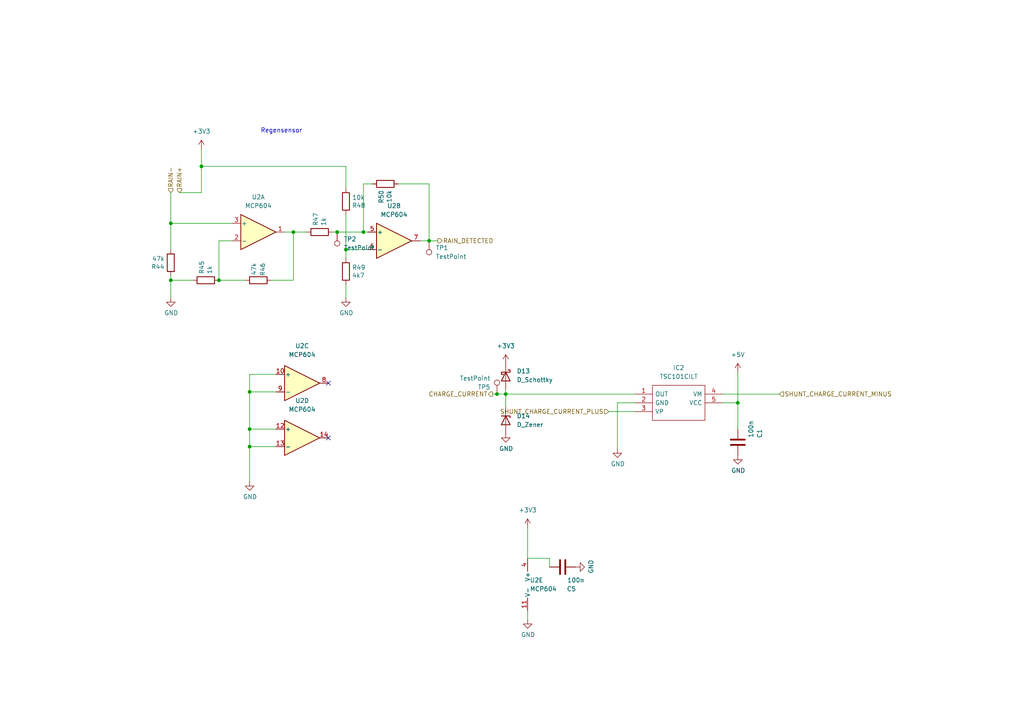
<source format=kicad_sch>
(kicad_sch (version 20211123) (generator eeschema)

  (uuid d8476c82-cf19-459e-aafa-a32749fcc95a)

  (paper "A4")

  (lib_symbols
    (symbol "Amplifier_Operational:MCP604" (pin_names (offset 0.127)) (in_bom yes) (on_board yes)
      (property "Reference" "U" (id 0) (at 0 5.08 0)
        (effects (font (size 1.27 1.27)) (justify left))
      )
      (property "Value" "MCP604" (id 1) (at 0 -5.08 0)
        (effects (font (size 1.27 1.27)) (justify left))
      )
      (property "Footprint" "" (id 2) (at -1.27 2.54 0)
        (effects (font (size 1.27 1.27)) hide)
      )
      (property "Datasheet" "http://ww1.microchip.com/downloads/en/DeviceDoc/21314g.pdf" (id 3) (at 1.27 5.08 0)
        (effects (font (size 1.27 1.27)) hide)
      )
      (property "ki_locked" "" (id 4) (at 0 0 0)
        (effects (font (size 1.27 1.27)))
      )
      (property "ki_keywords" "quad opamp" (id 5) (at 0 0 0)
        (effects (font (size 1.27 1.27)) hide)
      )
      (property "ki_description" "Quad 2.7V to 6.0V Single Supply CMOS Op Amps, DIP-14/SOIC-14/TSSOP-14" (id 6) (at 0 0 0)
        (effects (font (size 1.27 1.27)) hide)
      )
      (property "ki_fp_filters" "SOIC*3.9x8.7mm*P1.27mm* DIP*W7.62mm* TSSOP*4.4x5mm*P0.65mm* SSOP*5.3x6.2mm*P0.65mm* MSOP*3x3mm*P0.5mm*" (id 7) (at 0 0 0)
        (effects (font (size 1.27 1.27)) hide)
      )
      (symbol "MCP604_1_1"
        (polyline
          (pts
            (xy -5.08 5.08)
            (xy 5.08 0)
            (xy -5.08 -5.08)
            (xy -5.08 5.08)
          )
          (stroke (width 0.254) (type default) (color 0 0 0 0))
          (fill (type background))
        )
        (pin output line (at 7.62 0 180) (length 2.54)
          (name "~" (effects (font (size 1.27 1.27))))
          (number "1" (effects (font (size 1.27 1.27))))
        )
        (pin input line (at -7.62 -2.54 0) (length 2.54)
          (name "-" (effects (font (size 1.27 1.27))))
          (number "2" (effects (font (size 1.27 1.27))))
        )
        (pin input line (at -7.62 2.54 0) (length 2.54)
          (name "+" (effects (font (size 1.27 1.27))))
          (number "3" (effects (font (size 1.27 1.27))))
        )
      )
      (symbol "MCP604_2_1"
        (polyline
          (pts
            (xy -5.08 5.08)
            (xy 5.08 0)
            (xy -5.08 -5.08)
            (xy -5.08 5.08)
          )
          (stroke (width 0.254) (type default) (color 0 0 0 0))
          (fill (type background))
        )
        (pin input line (at -7.62 2.54 0) (length 2.54)
          (name "+" (effects (font (size 1.27 1.27))))
          (number "5" (effects (font (size 1.27 1.27))))
        )
        (pin input line (at -7.62 -2.54 0) (length 2.54)
          (name "-" (effects (font (size 1.27 1.27))))
          (number "6" (effects (font (size 1.27 1.27))))
        )
        (pin output line (at 7.62 0 180) (length 2.54)
          (name "~" (effects (font (size 1.27 1.27))))
          (number "7" (effects (font (size 1.27 1.27))))
        )
      )
      (symbol "MCP604_3_1"
        (polyline
          (pts
            (xy -5.08 5.08)
            (xy 5.08 0)
            (xy -5.08 -5.08)
            (xy -5.08 5.08)
          )
          (stroke (width 0.254) (type default) (color 0 0 0 0))
          (fill (type background))
        )
        (pin input line (at -7.62 2.54 0) (length 2.54)
          (name "+" (effects (font (size 1.27 1.27))))
          (number "10" (effects (font (size 1.27 1.27))))
        )
        (pin output line (at 7.62 0 180) (length 2.54)
          (name "~" (effects (font (size 1.27 1.27))))
          (number "8" (effects (font (size 1.27 1.27))))
        )
        (pin input line (at -7.62 -2.54 0) (length 2.54)
          (name "-" (effects (font (size 1.27 1.27))))
          (number "9" (effects (font (size 1.27 1.27))))
        )
      )
      (symbol "MCP604_4_1"
        (polyline
          (pts
            (xy -5.08 5.08)
            (xy 5.08 0)
            (xy -5.08 -5.08)
            (xy -5.08 5.08)
          )
          (stroke (width 0.254) (type default) (color 0 0 0 0))
          (fill (type background))
        )
        (pin input line (at -7.62 2.54 0) (length 2.54)
          (name "+" (effects (font (size 1.27 1.27))))
          (number "12" (effects (font (size 1.27 1.27))))
        )
        (pin input line (at -7.62 -2.54 0) (length 2.54)
          (name "-" (effects (font (size 1.27 1.27))))
          (number "13" (effects (font (size 1.27 1.27))))
        )
        (pin output line (at 7.62 0 180) (length 2.54)
          (name "~" (effects (font (size 1.27 1.27))))
          (number "14" (effects (font (size 1.27 1.27))))
        )
      )
      (symbol "MCP604_5_1"
        (pin power_in line (at -2.54 -7.62 90) (length 3.81)
          (name "V-" (effects (font (size 1.27 1.27))))
          (number "11" (effects (font (size 1.27 1.27))))
        )
        (pin power_in line (at -2.54 7.62 270) (length 3.81)
          (name "V+" (effects (font (size 1.27 1.27))))
          (number "4" (effects (font (size 1.27 1.27))))
        )
      )
    )
    (symbol "Connector:TestPoint" (pin_numbers hide) (pin_names (offset 0.762) hide) (in_bom yes) (on_board yes)
      (property "Reference" "TP" (id 0) (at 0 6.858 0)
        (effects (font (size 1.27 1.27)))
      )
      (property "Value" "TestPoint" (id 1) (at 0 5.08 0)
        (effects (font (size 1.27 1.27)))
      )
      (property "Footprint" "" (id 2) (at 5.08 0 0)
        (effects (font (size 1.27 1.27)) hide)
      )
      (property "Datasheet" "~" (id 3) (at 5.08 0 0)
        (effects (font (size 1.27 1.27)) hide)
      )
      (property "ki_keywords" "test point tp" (id 4) (at 0 0 0)
        (effects (font (size 1.27 1.27)) hide)
      )
      (property "ki_description" "test point" (id 5) (at 0 0 0)
        (effects (font (size 1.27 1.27)) hide)
      )
      (property "ki_fp_filters" "Pin* Test*" (id 6) (at 0 0 0)
        (effects (font (size 1.27 1.27)) hide)
      )
      (symbol "TestPoint_0_1"
        (circle (center 0 3.302) (radius 0.762)
          (stroke (width 0) (type default) (color 0 0 0 0))
          (fill (type none))
        )
      )
      (symbol "TestPoint_1_1"
        (pin passive line (at 0 0 90) (length 2.54)
          (name "1" (effects (font (size 1.27 1.27))))
          (number "1" (effects (font (size 1.27 1.27))))
        )
      )
    )
    (symbol "Device:C" (pin_numbers hide) (pin_names (offset 0.254)) (in_bom yes) (on_board yes)
      (property "Reference" "C" (id 0) (at 0.635 2.54 0)
        (effects (font (size 1.27 1.27)) (justify left))
      )
      (property "Value" "C" (id 1) (at 0.635 -2.54 0)
        (effects (font (size 1.27 1.27)) (justify left))
      )
      (property "Footprint" "" (id 2) (at 0.9652 -3.81 0)
        (effects (font (size 1.27 1.27)) hide)
      )
      (property "Datasheet" "~" (id 3) (at 0 0 0)
        (effects (font (size 1.27 1.27)) hide)
      )
      (property "ki_keywords" "cap capacitor" (id 4) (at 0 0 0)
        (effects (font (size 1.27 1.27)) hide)
      )
      (property "ki_description" "Unpolarized capacitor" (id 5) (at 0 0 0)
        (effects (font (size 1.27 1.27)) hide)
      )
      (property "ki_fp_filters" "C_*" (id 6) (at 0 0 0)
        (effects (font (size 1.27 1.27)) hide)
      )
      (symbol "C_0_1"
        (polyline
          (pts
            (xy -2.032 -0.762)
            (xy 2.032 -0.762)
          )
          (stroke (width 0.508) (type default) (color 0 0 0 0))
          (fill (type none))
        )
        (polyline
          (pts
            (xy -2.032 0.762)
            (xy 2.032 0.762)
          )
          (stroke (width 0.508) (type default) (color 0 0 0 0))
          (fill (type none))
        )
      )
      (symbol "C_1_1"
        (pin passive line (at 0 3.81 270) (length 2.794)
          (name "~" (effects (font (size 1.27 1.27))))
          (number "1" (effects (font (size 1.27 1.27))))
        )
        (pin passive line (at 0 -3.81 90) (length 2.794)
          (name "~" (effects (font (size 1.27 1.27))))
          (number "2" (effects (font (size 1.27 1.27))))
        )
      )
    )
    (symbol "Device:D_Schottky" (pin_numbers hide) (pin_names (offset 1.016) hide) (in_bom yes) (on_board yes)
      (property "Reference" "D" (id 0) (at 0 2.54 0)
        (effects (font (size 1.27 1.27)))
      )
      (property "Value" "D_Schottky" (id 1) (at 0 -2.54 0)
        (effects (font (size 1.27 1.27)))
      )
      (property "Footprint" "" (id 2) (at 0 0 0)
        (effects (font (size 1.27 1.27)) hide)
      )
      (property "Datasheet" "~" (id 3) (at 0 0 0)
        (effects (font (size 1.27 1.27)) hide)
      )
      (property "ki_keywords" "diode Schottky" (id 4) (at 0 0 0)
        (effects (font (size 1.27 1.27)) hide)
      )
      (property "ki_description" "Schottky diode" (id 5) (at 0 0 0)
        (effects (font (size 1.27 1.27)) hide)
      )
      (property "ki_fp_filters" "TO-???* *_Diode_* *SingleDiode* D_*" (id 6) (at 0 0 0)
        (effects (font (size 1.27 1.27)) hide)
      )
      (symbol "D_Schottky_0_1"
        (polyline
          (pts
            (xy 1.27 0)
            (xy -1.27 0)
          )
          (stroke (width 0) (type default) (color 0 0 0 0))
          (fill (type none))
        )
        (polyline
          (pts
            (xy 1.27 1.27)
            (xy 1.27 -1.27)
            (xy -1.27 0)
            (xy 1.27 1.27)
          )
          (stroke (width 0.254) (type default) (color 0 0 0 0))
          (fill (type none))
        )
        (polyline
          (pts
            (xy -1.905 0.635)
            (xy -1.905 1.27)
            (xy -1.27 1.27)
            (xy -1.27 -1.27)
            (xy -0.635 -1.27)
            (xy -0.635 -0.635)
          )
          (stroke (width 0.254) (type default) (color 0 0 0 0))
          (fill (type none))
        )
      )
      (symbol "D_Schottky_1_1"
        (pin passive line (at -3.81 0 0) (length 2.54)
          (name "K" (effects (font (size 1.27 1.27))))
          (number "1" (effects (font (size 1.27 1.27))))
        )
        (pin passive line (at 3.81 0 180) (length 2.54)
          (name "A" (effects (font (size 1.27 1.27))))
          (number "2" (effects (font (size 1.27 1.27))))
        )
      )
    )
    (symbol "Device:D_Zener" (pin_numbers hide) (pin_names (offset 1.016) hide) (in_bom yes) (on_board yes)
      (property "Reference" "D" (id 0) (at 0 2.54 0)
        (effects (font (size 1.27 1.27)))
      )
      (property "Value" "D_Zener" (id 1) (at 0 -2.54 0)
        (effects (font (size 1.27 1.27)))
      )
      (property "Footprint" "" (id 2) (at 0 0 0)
        (effects (font (size 1.27 1.27)) hide)
      )
      (property "Datasheet" "~" (id 3) (at 0 0 0)
        (effects (font (size 1.27 1.27)) hide)
      )
      (property "ki_keywords" "diode" (id 4) (at 0 0 0)
        (effects (font (size 1.27 1.27)) hide)
      )
      (property "ki_description" "Zener diode" (id 5) (at 0 0 0)
        (effects (font (size 1.27 1.27)) hide)
      )
      (property "ki_fp_filters" "TO-???* *_Diode_* *SingleDiode* D_*" (id 6) (at 0 0 0)
        (effects (font (size 1.27 1.27)) hide)
      )
      (symbol "D_Zener_0_1"
        (polyline
          (pts
            (xy 1.27 0)
            (xy -1.27 0)
          )
          (stroke (width 0) (type default) (color 0 0 0 0))
          (fill (type none))
        )
        (polyline
          (pts
            (xy -1.27 -1.27)
            (xy -1.27 1.27)
            (xy -0.762 1.27)
          )
          (stroke (width 0.254) (type default) (color 0 0 0 0))
          (fill (type none))
        )
        (polyline
          (pts
            (xy 1.27 -1.27)
            (xy 1.27 1.27)
            (xy -1.27 0)
            (xy 1.27 -1.27)
          )
          (stroke (width 0.254) (type default) (color 0 0 0 0))
          (fill (type none))
        )
      )
      (symbol "D_Zener_1_1"
        (pin passive line (at -3.81 0 0) (length 2.54)
          (name "K" (effects (font (size 1.27 1.27))))
          (number "1" (effects (font (size 1.27 1.27))))
        )
        (pin passive line (at 3.81 0 180) (length 2.54)
          (name "A" (effects (font (size 1.27 1.27))))
          (number "2" (effects (font (size 1.27 1.27))))
        )
      )
    )
    (symbol "Device:R" (pin_numbers hide) (pin_names (offset 0)) (in_bom yes) (on_board yes)
      (property "Reference" "R" (id 0) (at 2.032 0 90)
        (effects (font (size 1.27 1.27)))
      )
      (property "Value" "R" (id 1) (at 0 0 90)
        (effects (font (size 1.27 1.27)))
      )
      (property "Footprint" "" (id 2) (at -1.778 0 90)
        (effects (font (size 1.27 1.27)) hide)
      )
      (property "Datasheet" "~" (id 3) (at 0 0 0)
        (effects (font (size 1.27 1.27)) hide)
      )
      (property "ki_keywords" "R res resistor" (id 4) (at 0 0 0)
        (effects (font (size 1.27 1.27)) hide)
      )
      (property "ki_description" "Resistor" (id 5) (at 0 0 0)
        (effects (font (size 1.27 1.27)) hide)
      )
      (property "ki_fp_filters" "R_*" (id 6) (at 0 0 0)
        (effects (font (size 1.27 1.27)) hide)
      )
      (symbol "R_0_1"
        (rectangle (start -1.016 -2.54) (end 1.016 2.54)
          (stroke (width 0.254) (type default) (color 0 0 0 0))
          (fill (type none))
        )
      )
      (symbol "R_1_1"
        (pin passive line (at 0 3.81 270) (length 1.27)
          (name "~" (effects (font (size 1.27 1.27))))
          (number "1" (effects (font (size 1.27 1.27))))
        )
        (pin passive line (at 0 -3.81 90) (length 1.27)
          (name "~" (effects (font (size 1.27 1.27))))
          (number "2" (effects (font (size 1.27 1.27))))
        )
      )
    )
    (symbol "TSC101CILT:TSC101CILT" (pin_names (offset 0.762)) (in_bom yes) (on_board yes)
      (property "Reference" "IC" (id 0) (at 21.59 7.62 0)
        (effects (font (size 1.27 1.27)) (justify left))
      )
      (property "Value" "TSC101CILT" (id 1) (at 21.59 5.08 0)
        (effects (font (size 1.27 1.27)) (justify left))
      )
      (property "Footprint" "SOT95P280X145-5N" (id 2) (at 21.59 2.54 0)
        (effects (font (size 1.27 1.27)) (justify left) hide)
      )
      (property "Datasheet" "http://www.st.com/st-web-ui/static/active/en/resource/technical/document/datasheet/CD00153725.pdf" (id 3) (at 21.59 0 0)
        (effects (font (size 1.27 1.27)) (justify left) hide)
      )
      (property "Description" "TSC101CILT, Current Sensing Amplifier Single 5-Pin SOT-23" (id 4) (at 21.59 -2.54 0)
        (effects (font (size 1.27 1.27)) (justify left) hide)
      )
      (property "Height" "1.45" (id 5) (at 21.59 -5.08 0)
        (effects (font (size 1.27 1.27)) (justify left) hide)
      )
      (property "Mouser2 Part Number" "" (id 6) (at 21.59 -7.62 0)
        (effects (font (size 1.27 1.27)) (justify left) hide)
      )
      (property "Mouser2 Price/Stock" "" (id 7) (at 21.59 -10.16 0)
        (effects (font (size 1.27 1.27)) (justify left) hide)
      )
      (property "Manufacturer_Name" "STMicroelectronics" (id 8) (at 21.59 -12.7 0)
        (effects (font (size 1.27 1.27)) (justify left) hide)
      )
      (property "Manufacturer_Part_Number" "TSC101CILT" (id 9) (at 21.59 -15.24 0)
        (effects (font (size 1.27 1.27)) (justify left) hide)
      )
      (property "ki_description" "TSC101CILT, Current Sensing Amplifier Single 5-Pin SOT-23" (id 10) (at 0 0 0)
        (effects (font (size 1.27 1.27)) hide)
      )
      (symbol "TSC101CILT_0_0"
        (pin output line (at 0 0 0) (length 5.08)
          (name "OUT" (effects (font (size 1.27 1.27))))
          (number "1" (effects (font (size 1.27 1.27))))
        )
        (pin power_in line (at 0 -2.54 0) (length 5.08)
          (name "GND" (effects (font (size 1.27 1.27))))
          (number "2" (effects (font (size 1.27 1.27))))
        )
        (pin passive line (at 0 -5.08 0) (length 5.08)
          (name "VP" (effects (font (size 1.27 1.27))))
          (number "3" (effects (font (size 1.27 1.27))))
        )
        (pin passive line (at 25.4 0 180) (length 5.08)
          (name "VM" (effects (font (size 1.27 1.27))))
          (number "4" (effects (font (size 1.27 1.27))))
        )
        (pin power_in line (at 25.4 -2.54 180) (length 5.08)
          (name "VCC" (effects (font (size 1.27 1.27))))
          (number "5" (effects (font (size 1.27 1.27))))
        )
      )
      (symbol "TSC101CILT_0_1"
        (polyline
          (pts
            (xy 5.08 2.54)
            (xy 20.32 2.54)
            (xy 20.32 -7.62)
            (xy 5.08 -7.62)
            (xy 5.08 2.54)
          )
          (stroke (width 0.1524) (type default) (color 0 0 0 0))
          (fill (type none))
        )
      )
    )
    (symbol "power:+3.3V" (power) (pin_names (offset 0)) (in_bom yes) (on_board yes)
      (property "Reference" "#PWR" (id 0) (at 0 -3.81 0)
        (effects (font (size 1.27 1.27)) hide)
      )
      (property "Value" "+3.3V" (id 1) (at 0 3.556 0)
        (effects (font (size 1.27 1.27)))
      )
      (property "Footprint" "" (id 2) (at 0 0 0)
        (effects (font (size 1.27 1.27)) hide)
      )
      (property "Datasheet" "" (id 3) (at 0 0 0)
        (effects (font (size 1.27 1.27)) hide)
      )
      (property "ki_keywords" "power-flag" (id 4) (at 0 0 0)
        (effects (font (size 1.27 1.27)) hide)
      )
      (property "ki_description" "Power symbol creates a global label with name \"+3.3V\"" (id 5) (at 0 0 0)
        (effects (font (size 1.27 1.27)) hide)
      )
      (symbol "+3.3V_0_1"
        (polyline
          (pts
            (xy -0.762 1.27)
            (xy 0 2.54)
          )
          (stroke (width 0) (type default) (color 0 0 0 0))
          (fill (type none))
        )
        (polyline
          (pts
            (xy 0 0)
            (xy 0 2.54)
          )
          (stroke (width 0) (type default) (color 0 0 0 0))
          (fill (type none))
        )
        (polyline
          (pts
            (xy 0 2.54)
            (xy 0.762 1.27)
          )
          (stroke (width 0) (type default) (color 0 0 0 0))
          (fill (type none))
        )
      )
      (symbol "+3.3V_1_1"
        (pin power_in line (at 0 0 90) (length 0) hide
          (name "+3V3" (effects (font (size 1.27 1.27))))
          (number "1" (effects (font (size 1.27 1.27))))
        )
      )
    )
    (symbol "power:+5V" (power) (pin_names (offset 0)) (in_bom yes) (on_board yes)
      (property "Reference" "#PWR" (id 0) (at 0 -3.81 0)
        (effects (font (size 1.27 1.27)) hide)
      )
      (property "Value" "+5V" (id 1) (at 0 3.556 0)
        (effects (font (size 1.27 1.27)))
      )
      (property "Footprint" "" (id 2) (at 0 0 0)
        (effects (font (size 1.27 1.27)) hide)
      )
      (property "Datasheet" "" (id 3) (at 0 0 0)
        (effects (font (size 1.27 1.27)) hide)
      )
      (property "ki_keywords" "power-flag" (id 4) (at 0 0 0)
        (effects (font (size 1.27 1.27)) hide)
      )
      (property "ki_description" "Power symbol creates a global label with name \"+5V\"" (id 5) (at 0 0 0)
        (effects (font (size 1.27 1.27)) hide)
      )
      (symbol "+5V_0_1"
        (polyline
          (pts
            (xy -0.762 1.27)
            (xy 0 2.54)
          )
          (stroke (width 0) (type default) (color 0 0 0 0))
          (fill (type none))
        )
        (polyline
          (pts
            (xy 0 0)
            (xy 0 2.54)
          )
          (stroke (width 0) (type default) (color 0 0 0 0))
          (fill (type none))
        )
        (polyline
          (pts
            (xy 0 2.54)
            (xy 0.762 1.27)
          )
          (stroke (width 0) (type default) (color 0 0 0 0))
          (fill (type none))
        )
      )
      (symbol "+5V_1_1"
        (pin power_in line (at 0 0 90) (length 0) hide
          (name "+5V" (effects (font (size 1.27 1.27))))
          (number "1" (effects (font (size 1.27 1.27))))
        )
      )
    )
    (symbol "power:GND" (power) (pin_names (offset 0)) (in_bom yes) (on_board yes)
      (property "Reference" "#PWR" (id 0) (at 0 -6.35 0)
        (effects (font (size 1.27 1.27)) hide)
      )
      (property "Value" "GND" (id 1) (at 0 -3.81 0)
        (effects (font (size 1.27 1.27)))
      )
      (property "Footprint" "" (id 2) (at 0 0 0)
        (effects (font (size 1.27 1.27)) hide)
      )
      (property "Datasheet" "" (id 3) (at 0 0 0)
        (effects (font (size 1.27 1.27)) hide)
      )
      (property "ki_keywords" "power-flag" (id 4) (at 0 0 0)
        (effects (font (size 1.27 1.27)) hide)
      )
      (property "ki_description" "Power symbol creates a global label with name \"GND\" , ground" (id 5) (at 0 0 0)
        (effects (font (size 1.27 1.27)) hide)
      )
      (symbol "GND_0_1"
        (polyline
          (pts
            (xy 0 0)
            (xy 0 -1.27)
            (xy 1.27 -1.27)
            (xy 0 -2.54)
            (xy -1.27 -1.27)
            (xy 0 -1.27)
          )
          (stroke (width 0) (type default) (color 0 0 0 0))
          (fill (type none))
        )
      )
      (symbol "GND_1_1"
        (pin power_in line (at 0 0 270) (length 0) hide
          (name "GND" (effects (font (size 1.27 1.27))))
          (number "1" (effects (font (size 1.27 1.27))))
        )
      )
    )
  )

  (junction (at 58.42 48.26) (diameter 0) (color 0 0 0 0)
    (uuid 15daee0f-b715-42a9-8e3c-a8b788b67555)
  )
  (junction (at 213.995 116.84) (diameter 0) (color 0 0 0 0)
    (uuid 1a35fe24-294b-4e75-a6ac-766b24fac29a)
  )
  (junction (at 144.145 114.3) (diameter 0) (color 0 0 0 0)
    (uuid 3536f260-9cf1-41c9-96ab-61a0931059d8)
  )
  (junction (at 124.46 69.85) (diameter 0) (color 0 0 0 0)
    (uuid 4ff6a8c3-c6fb-4d5a-8a01-a4002a94270d)
  )
  (junction (at 100.33 72.39) (diameter 0) (color 0 0 0 0)
    (uuid 54e19c99-99cf-400b-8df4-f872dce4c5d5)
  )
  (junction (at 49.53 64.77) (diameter 0) (color 0 0 0 0)
    (uuid 5bdae840-d14b-4073-aece-b5e25f456c3b)
  )
  (junction (at 146.685 114.3) (diameter 0) (color 0 0 0 0)
    (uuid 607bbcd2-7740-4082-81d4-ff51e4c118e9)
  )
  (junction (at 63.5 81.28) (diameter 0) (color 0 0 0 0)
    (uuid 71609631-effd-49ca-8833-f500461fec8d)
  )
  (junction (at 105.41 67.31) (diameter 0) (color 0 0 0 0)
    (uuid b0cd4196-9067-4e78-a889-0e16f153e274)
  )
  (junction (at 49.53 81.28) (diameter 0) (color 0 0 0 0)
    (uuid d57600a5-e468-4b34-932f-771a9fa1f5d3)
  )
  (junction (at 72.39 113.665) (diameter 0) (color 0 0 0 0)
    (uuid e1970b0e-0a15-4969-b4bf-04f41a00de02)
  )
  (junction (at 85.09 67.31) (diameter 0) (color 0 0 0 0)
    (uuid e6f45aaa-0578-4247-a535-2847491ea6ee)
  )
  (junction (at 72.39 124.46) (diameter 0) (color 0 0 0 0)
    (uuid e8418703-40bd-43ca-b013-83e5281f9264)
  )
  (junction (at 97.79 67.31) (diameter 0) (color 0 0 0 0)
    (uuid f75ac603-d6b0-4498-a9c8-b24053f00243)
  )
  (junction (at 72.39 129.54) (diameter 0) (color 0 0 0 0)
    (uuid f87a9d3b-6f8d-4498-943d-2c1be32b88f7)
  )

  (no_connect (at 95.25 111.125) (uuid 8a26549e-0245-408c-8f2b-e10b394aebb3))
  (no_connect (at 95.25 127) (uuid 8a26549e-0245-408c-8f2b-e10b394aebb4))

  (wire (pts (xy 209.55 116.84) (xy 213.995 116.84))
    (stroke (width 0) (type default) (color 0 0 0 0))
    (uuid 00f8075a-054d-43f0-821b-308fea5ffdc5)
  )
  (wire (pts (xy 72.39 124.46) (xy 72.39 129.54))
    (stroke (width 0) (type default) (color 0 0 0 0))
    (uuid 0f35e132-53df-4b28-8a6c-6a3fea9256c7)
  )
  (wire (pts (xy 49.53 80.01) (xy 49.53 81.28))
    (stroke (width 0) (type default) (color 0 0 0 0))
    (uuid 172166bd-f48a-417e-b523-dc1986a2437f)
  )
  (wire (pts (xy 96.52 67.31) (xy 97.79 67.31))
    (stroke (width 0) (type default) (color 0 0 0 0))
    (uuid 1a4e5345-1be3-451f-9166-f86edcadb613)
  )
  (wire (pts (xy 184.15 116.84) (xy 179.07 116.84))
    (stroke (width 0) (type default) (color 0 0 0 0))
    (uuid 20536fc3-946a-4d20-a003-a97c1fef0108)
  )
  (wire (pts (xy 176.53 119.38) (xy 184.15 119.38))
    (stroke (width 0) (type default) (color 0 0 0 0))
    (uuid 22bd2f5d-194d-4643-91cc-d5d77adfb44b)
  )
  (wire (pts (xy 55.88 81.28) (xy 49.53 81.28))
    (stroke (width 0) (type default) (color 0 0 0 0))
    (uuid 2bce04c1-db7b-411d-9db3-9d2c7f28306b)
  )
  (wire (pts (xy 63.5 81.28) (xy 71.12 81.28))
    (stroke (width 0) (type default) (color 0 0 0 0))
    (uuid 2f2abd77-85ae-4df6-bc84-040becdd4bd6)
  )
  (wire (pts (xy 153.035 161.925) (xy 159.385 161.925))
    (stroke (width 0) (type default) (color 0 0 0 0))
    (uuid 308e2583-61ba-4674-81af-77417e8ef32f)
  )
  (wire (pts (xy 58.42 48.26) (xy 58.42 43.18))
    (stroke (width 0) (type default) (color 0 0 0 0))
    (uuid 33cb15f3-297a-45b8-b62c-0c237b706eec)
  )
  (wire (pts (xy 127 69.85) (xy 124.46 69.85))
    (stroke (width 0) (type default) (color 0 0 0 0))
    (uuid 3681702a-13d8-451d-aeed-39012fc6192e)
  )
  (wire (pts (xy 100.33 62.23) (xy 100.33 72.39))
    (stroke (width 0) (type default) (color 0 0 0 0))
    (uuid 3a5834dc-9e52-4a21-8b17-df83e8419dcd)
  )
  (wire (pts (xy 146.685 114.3) (xy 146.685 118.11))
    (stroke (width 0) (type default) (color 0 0 0 0))
    (uuid 3ce9cf86-e11b-46e0-a9a4-254182e91005)
  )
  (wire (pts (xy 72.39 113.665) (xy 72.39 124.46))
    (stroke (width 0) (type default) (color 0 0 0 0))
    (uuid 4dd52024-d7dc-45a2-aabf-0fdfff5d72b9)
  )
  (wire (pts (xy 105.41 67.31) (xy 106.68 67.31))
    (stroke (width 0) (type default) (color 0 0 0 0))
    (uuid 4e245ee7-d95a-422e-9aa0-e41743c004c0)
  )
  (wire (pts (xy 67.31 64.77) (xy 49.53 64.77))
    (stroke (width 0) (type default) (color 0 0 0 0))
    (uuid 55734147-00b3-41f7-bc37-1af6c28ee29f)
  )
  (wire (pts (xy 100.33 72.39) (xy 100.33 74.93))
    (stroke (width 0) (type default) (color 0 0 0 0))
    (uuid 55a449a9-0ae2-410e-a9ef-d4467f01d9a1)
  )
  (wire (pts (xy 80.01 113.665) (xy 72.39 113.665))
    (stroke (width 0) (type default) (color 0 0 0 0))
    (uuid 5725afd5-6998-4564-a88e-42c289a60c81)
  )
  (wire (pts (xy 63.5 81.28) (xy 63.5 69.85))
    (stroke (width 0) (type default) (color 0 0 0 0))
    (uuid 6cd13531-aea7-40e4-8cd8-8c98f6f7a83c)
  )
  (wire (pts (xy 97.79 67.31) (xy 105.41 67.31))
    (stroke (width 0) (type default) (color 0 0 0 0))
    (uuid 71b29483-4047-47d3-a5fb-e7bc471ce967)
  )
  (wire (pts (xy 72.39 124.46) (xy 80.01 124.46))
    (stroke (width 0) (type default) (color 0 0 0 0))
    (uuid 71ffab3d-38d1-46b2-8396-70af3e507820)
  )
  (wire (pts (xy 63.5 69.85) (xy 67.31 69.85))
    (stroke (width 0) (type default) (color 0 0 0 0))
    (uuid 7498607d-03a3-4040-a49f-5c797db9367b)
  )
  (wire (pts (xy 78.74 81.28) (xy 85.09 81.28))
    (stroke (width 0) (type default) (color 0 0 0 0))
    (uuid 7c5510e6-42e9-4c5d-803c-de39b2c4c6b0)
  )
  (wire (pts (xy 100.33 86.36) (xy 100.33 82.55))
    (stroke (width 0) (type default) (color 0 0 0 0))
    (uuid 7ece2381-4123-4c3f-84bc-42071cf4530a)
  )
  (wire (pts (xy 49.53 64.77) (xy 49.53 72.39))
    (stroke (width 0) (type default) (color 0 0 0 0))
    (uuid 833c88d1-5eaa-4049-8dc6-254064437378)
  )
  (wire (pts (xy 115.57 53.34) (xy 124.46 53.34))
    (stroke (width 0) (type default) (color 0 0 0 0))
    (uuid 8a7aecac-41fc-4326-82e0-82ce816f14be)
  )
  (wire (pts (xy 85.09 67.31) (xy 88.9 67.31))
    (stroke (width 0) (type default) (color 0 0 0 0))
    (uuid 8d5b8b0c-78fb-42b8-96ed-229fbdef2cb3)
  )
  (wire (pts (xy 72.39 108.585) (xy 72.39 113.665))
    (stroke (width 0) (type default) (color 0 0 0 0))
    (uuid 8daa0549-2fb7-4ac8-b373-8a5542951f14)
  )
  (wire (pts (xy 106.68 72.39) (xy 100.33 72.39))
    (stroke (width 0) (type default) (color 0 0 0 0))
    (uuid 8de8060e-831c-4c06-b704-d823f983a2ed)
  )
  (wire (pts (xy 85.09 81.28) (xy 85.09 67.31))
    (stroke (width 0) (type default) (color 0 0 0 0))
    (uuid 8f3563de-f415-4ea1-bbe6-6e3ee3d1cac5)
  )
  (wire (pts (xy 144.145 114.3) (xy 142.875 114.3))
    (stroke (width 0) (type default) (color 0 0 0 0))
    (uuid 8f806566-b121-4b0c-8def-2c8dee84fc8f)
  )
  (wire (pts (xy 80.01 108.585) (xy 72.39 108.585))
    (stroke (width 0) (type default) (color 0 0 0 0))
    (uuid 9480eac1-662b-44bc-b496-c3d2ab3f4697)
  )
  (wire (pts (xy 213.995 107.95) (xy 213.995 116.84))
    (stroke (width 0) (type default) (color 0 0 0 0))
    (uuid 99346da3-3cdf-4af9-a03e-79eb02b59fe6)
  )
  (wire (pts (xy 179.07 116.84) (xy 179.07 130.175))
    (stroke (width 0) (type default) (color 0 0 0 0))
    (uuid 99975510-de8c-458c-a8ed-b808b352f648)
  )
  (wire (pts (xy 213.995 116.84) (xy 213.995 124.46))
    (stroke (width 0) (type default) (color 0 0 0 0))
    (uuid 9b0f6782-269f-407f-8478-b1823acc6517)
  )
  (wire (pts (xy 105.41 53.34) (xy 105.41 67.31))
    (stroke (width 0) (type default) (color 0 0 0 0))
    (uuid a2661c83-f9e0-4c66-b99b-aa5f5176265d)
  )
  (wire (pts (xy 58.42 48.26) (xy 100.33 48.26))
    (stroke (width 0) (type default) (color 0 0 0 0))
    (uuid a4c3807b-24cb-42ea-8015-bde2396fce6c)
  )
  (wire (pts (xy 72.39 129.54) (xy 72.39 139.7))
    (stroke (width 0) (type default) (color 0 0 0 0))
    (uuid a7253913-4543-450c-b986-cca5951963fd)
  )
  (wire (pts (xy 124.46 69.85) (xy 121.92 69.85))
    (stroke (width 0) (type default) (color 0 0 0 0))
    (uuid b0552bdf-7709-4e0e-bf90-6bc765a942dd)
  )
  (wire (pts (xy 49.53 86.36) (xy 49.53 81.28))
    (stroke (width 0) (type default) (color 0 0 0 0))
    (uuid b0eed631-4193-44c2-91eb-4d0c3c476fd0)
  )
  (wire (pts (xy 52.07 55.88) (xy 58.42 55.88))
    (stroke (width 0) (type default) (color 0 0 0 0))
    (uuid b13561ed-34b5-4382-a004-389babeeb230)
  )
  (wire (pts (xy 100.33 48.26) (xy 100.33 54.61))
    (stroke (width 0) (type default) (color 0 0 0 0))
    (uuid b602ad3e-174a-4731-84af-b446a7352c1f)
  )
  (wire (pts (xy 146.685 114.3) (xy 146.685 113.03))
    (stroke (width 0) (type default) (color 0 0 0 0))
    (uuid b754c598-b9b6-48f7-b50e-71a549e9a70f)
  )
  (wire (pts (xy 82.55 67.31) (xy 85.09 67.31))
    (stroke (width 0) (type default) (color 0 0 0 0))
    (uuid b8168b25-3de4-49d4-846d-6308fd1dbf34)
  )
  (wire (pts (xy 72.39 129.54) (xy 80.01 129.54))
    (stroke (width 0) (type default) (color 0 0 0 0))
    (uuid b9ea676f-8c60-4acf-8ba6-15de4110f4a1)
  )
  (wire (pts (xy 124.46 53.34) (xy 124.46 69.85))
    (stroke (width 0) (type default) (color 0 0 0 0))
    (uuid c0a89a77-6c8b-41fe-829b-5bbb35628704)
  )
  (wire (pts (xy 226.06 114.3) (xy 209.55 114.3))
    (stroke (width 0) (type default) (color 0 0 0 0))
    (uuid c1960b33-c494-4bf0-8f7a-bc2a20a4726d)
  )
  (wire (pts (xy 153.035 153.035) (xy 153.035 161.925))
    (stroke (width 0) (type default) (color 0 0 0 0))
    (uuid ce69067c-9f97-4ef3-9b68-22957b37ac5d)
  )
  (wire (pts (xy 49.53 55.88) (xy 49.53 64.77))
    (stroke (width 0) (type default) (color 0 0 0 0))
    (uuid d8f9c34b-3a00-43d3-a744-01a859fd4b2c)
  )
  (wire (pts (xy 146.685 114.3) (xy 144.145 114.3))
    (stroke (width 0) (type default) (color 0 0 0 0))
    (uuid d9595863-b590-470e-b28e-5b7f91bc7a81)
  )
  (wire (pts (xy 146.685 114.3) (xy 184.15 114.3))
    (stroke (width 0) (type default) (color 0 0 0 0))
    (uuid dbd5248b-aeef-4e42-bf21-9301a56d6dd5)
  )
  (wire (pts (xy 105.41 53.34) (xy 107.95 53.34))
    (stroke (width 0) (type default) (color 0 0 0 0))
    (uuid e133781e-de39-4613-86f7-eeae78091fb1)
  )
  (wire (pts (xy 58.42 55.88) (xy 58.42 48.26))
    (stroke (width 0) (type default) (color 0 0 0 0))
    (uuid e3fb3744-ade5-4e7d-bda3-f413d39fd9d4)
  )
  (wire (pts (xy 153.035 179.705) (xy 153.035 177.165))
    (stroke (width 0) (type default) (color 0 0 0 0))
    (uuid f5ccf9b9-4584-4b32-abbf-f8e27d81e0e6)
  )
  (wire (pts (xy 159.385 161.925) (xy 159.385 164.465))
    (stroke (width 0) (type default) (color 0 0 0 0))
    (uuid f686d467-a706-4559-8b88-dc78ea995323)
  )

  (text "Regensensor" (at 75.565 38.735 0)
    (effects (font (size 1.27 1.27)) (justify left bottom))
    (uuid ffa9b9b4-bcae-4ede-bf3e-f1021b4a402e)
  )

  (hierarchical_label "CHARGE_CURRENT" (shape output) (at 142.875 114.3 180)
    (effects (font (size 1.27 1.27)) (justify right))
    (uuid 0589f503-e79a-4708-99e4-f97c494b4ed8)
  )
  (hierarchical_label "RAIN_DETECTED" (shape output) (at 127 69.85 0)
    (effects (font (size 1.27 1.27)) (justify left))
    (uuid 2af097ff-2079-44ee-98bc-47763de6a0fa)
  )
  (hierarchical_label "RAIN-" (shape input) (at 49.53 55.88 90)
    (effects (font (size 1.27 1.27)) (justify left))
    (uuid 6ebd809c-5efc-45cb-9419-21f66d5d64b3)
  )
  (hierarchical_label "RAIN+" (shape input) (at 52.07 55.88 90)
    (effects (font (size 1.27 1.27)) (justify left))
    (uuid 812a565c-9c3d-43f1-ac44-733a240dfac6)
  )
  (hierarchical_label "SHUNT_CHARGE_CURRENT_PLUS" (shape input) (at 176.53 119.38 180)
    (effects (font (size 1.27 1.27)) (justify right))
    (uuid a7a2cfcd-1de3-4741-83fb-25e8fad1b0a3)
  )
  (hierarchical_label "SHUNT_CHARGE_CURRENT_MINUS" (shape input) (at 226.06 114.3 0)
    (effects (font (size 1.27 1.27)) (justify left))
    (uuid d60eabe6-18cc-41e9-8131-7cb1d9276225)
  )

  (symbol (lib_id "power:GND") (at 153.035 179.705 0) (unit 1)
    (in_bom yes) (on_board yes)
    (uuid 05c1fec8-dd10-4037-b302-c140e2359899)
    (property "Reference" "#PWR0152" (id 0) (at 153.035 186.055 0)
      (effects (font (size 1.27 1.27)) hide)
    )
    (property "Value" "GND" (id 1) (at 153.162 184.0992 0))
    (property "Footprint" "" (id 2) (at 153.035 179.705 0)
      (effects (font (size 1.27 1.27)) hide)
    )
    (property "Datasheet" "" (id 3) (at 153.035 179.705 0)
      (effects (font (size 1.27 1.27)) hide)
    )
    (pin "1" (uuid 7ad0def0-8343-440c-8c64-e3c0d81cfe87))
  )

  (symbol (lib_id "Device:C") (at 163.195 164.465 270) (unit 1)
    (in_bom yes) (on_board yes)
    (uuid 0e80fadf-4e70-489f-a264-82dee55f36d9)
    (property "Reference" "C5" (id 0) (at 165.735 170.815 90))
    (property "Value" "100n" (id 1) (at 167.005 168.275 90))
    (property "Footprint" "Capacitor_SMD:C_0805_2012Metric_Pad1.18x1.45mm_HandSolder" (id 2) (at 159.385 165.4302 0)
      (effects (font (size 1.27 1.27)) hide)
    )
    (property "Datasheet" "~" (id 3) (at 163.195 164.465 0)
      (effects (font (size 1.27 1.27)) hide)
    )
    (pin "1" (uuid acf70e74-7d01-41dd-aeb2-244b1fdf546c))
    (pin "2" (uuid 49027d8d-8ffb-4486-af05-c145a0e2a125))
  )

  (symbol (lib_id "Device:D_Zener") (at 146.685 121.92 270) (unit 1)
    (in_bom yes) (on_board yes) (fields_autoplaced)
    (uuid 23010422-3eac-4164-9904-1a33aa3ea0fd)
    (property "Reference" "D14" (id 0) (at 149.86 120.6499 90)
      (effects (font (size 1.27 1.27)) (justify left))
    )
    (property "Value" "D_Zener" (id 1) (at 149.86 123.1899 90)
      (effects (font (size 1.27 1.27)) (justify left))
    )
    (property "Footprint" "Diode_SMD:D_SOD-123F" (id 2) (at 146.685 121.92 0)
      (effects (font (size 1.27 1.27)) hide)
    )
    (property "Datasheet" "~" (id 3) (at 146.685 121.92 0)
      (effects (font (size 1.27 1.27)) hide)
    )
    (pin "1" (uuid 6aae42d1-77dd-426c-a5ac-27193ce8969a))
    (pin "2" (uuid d07bc7d6-5333-4650-bc08-607b230f59b2))
  )

  (symbol (lib_id "power:GND") (at 72.39 139.7 0) (unit 1)
    (in_bom yes) (on_board yes)
    (uuid 2d457f07-5787-4bea-a05e-c5a50f3ef84f)
    (property "Reference" "#PWR0162" (id 0) (at 72.39 146.05 0)
      (effects (font (size 1.27 1.27)) hide)
    )
    (property "Value" "GND" (id 1) (at 72.517 144.0942 0))
    (property "Footprint" "" (id 2) (at 72.39 139.7 0)
      (effects (font (size 1.27 1.27)) hide)
    )
    (property "Datasheet" "" (id 3) (at 72.39 139.7 0)
      (effects (font (size 1.27 1.27)) hide)
    )
    (pin "1" (uuid 12ddfaf6-f5f8-4925-8dad-c3b109289b32))
  )

  (symbol (lib_id "power:+3.3V") (at 146.685 105.41 0) (unit 1)
    (in_bom yes) (on_board yes) (fields_autoplaced)
    (uuid 33c96f85-0c60-4113-a6de-c0f51363cc00)
    (property "Reference" "#PWR0158" (id 0) (at 146.685 109.22 0)
      (effects (font (size 1.27 1.27)) hide)
    )
    (property "Value" "+3.3V" (id 1) (at 146.685 100.33 0))
    (property "Footprint" "" (id 2) (at 146.685 105.41 0)
      (effects (font (size 1.27 1.27)) hide)
    )
    (property "Datasheet" "" (id 3) (at 146.685 105.41 0)
      (effects (font (size 1.27 1.27)) hide)
    )
    (pin "1" (uuid 914366dd-54d1-40cb-84b4-fa1218d551b3))
  )

  (symbol (lib_id "Connector:TestPoint") (at 144.145 114.3 0) (unit 1)
    (in_bom yes) (on_board yes) (fields_autoplaced)
    (uuid 47ac0537-9ac5-4378-aadc-fd174bec615c)
    (property "Reference" "TP5" (id 0) (at 142.24 112.2681 0)
      (effects (font (size 1.27 1.27)) (justify right))
    )
    (property "Value" "TestPoint" (id 1) (at 142.24 109.7281 0)
      (effects (font (size 1.27 1.27)) (justify right))
    )
    (property "Footprint" "TestPoint:TestPoint_Pad_D2.0mm" (id 2) (at 149.225 114.3 0)
      (effects (font (size 1.27 1.27)) hide)
    )
    (property "Datasheet" "~" (id 3) (at 149.225 114.3 0)
      (effects (font (size 1.27 1.27)) hide)
    )
    (pin "1" (uuid 002ee9c8-e238-4532-bca1-2f88b91ac603))
  )

  (symbol (lib_id "power:+5V") (at 213.995 107.95 0) (unit 1)
    (in_bom yes) (on_board yes) (fields_autoplaced)
    (uuid 47fa5c7f-a4f7-4b55-821a-6370719b415e)
    (property "Reference" "#PWR0160" (id 0) (at 213.995 111.76 0)
      (effects (font (size 1.27 1.27)) hide)
    )
    (property "Value" "+5V" (id 1) (at 213.995 102.87 0))
    (property "Footprint" "" (id 2) (at 213.995 107.95 0)
      (effects (font (size 1.27 1.27)) hide)
    )
    (property "Datasheet" "" (id 3) (at 213.995 107.95 0)
      (effects (font (size 1.27 1.27)) hide)
    )
    (pin "1" (uuid c6fd2f69-c843-4167-8aad-f6474ae2b696))
  )

  (symbol (lib_id "power:GND") (at 213.995 132.08 0) (unit 1)
    (in_bom yes) (on_board yes)
    (uuid 538efc40-5fb2-4188-a1d8-040682add576)
    (property "Reference" "#PWR0161" (id 0) (at 213.995 138.43 0)
      (effects (font (size 1.27 1.27)) hide)
    )
    (property "Value" "GND" (id 1) (at 214.122 136.4742 0))
    (property "Footprint" "" (id 2) (at 213.995 132.08 0)
      (effects (font (size 1.27 1.27)) hide)
    )
    (property "Datasheet" "" (id 3) (at 213.995 132.08 0)
      (effects (font (size 1.27 1.27)) hide)
    )
    (pin "1" (uuid 03077817-e5fa-4256-b419-068e668abeae))
  )

  (symbol (lib_id "Amplifier_Operational:MCP604") (at 87.63 127 0) (unit 4)
    (in_bom yes) (on_board yes) (fields_autoplaced)
    (uuid 5c05efe6-a2e8-4e42-9ad1-4bd5c10a3be1)
    (property "Reference" "U2" (id 0) (at 87.63 116.205 0))
    (property "Value" "MCP604" (id 1) (at 87.63 118.745 0))
    (property "Footprint" "Package_SO:SOIC-14_3.9x8.7mm_P1.27mm" (id 2) (at 86.36 124.46 0)
      (effects (font (size 1.27 1.27)) hide)
    )
    (property "Datasheet" "http://ww1.microchip.com/downloads/en/DeviceDoc/21314g.pdf" (id 3) (at 88.9 121.92 0)
      (effects (font (size 1.27 1.27)) hide)
    )
    (pin "12" (uuid 4377f00b-fe5c-45f9-92db-63c833571ca3))
    (pin "13" (uuid cb67b260-55d4-45c5-a164-54ec20d15d2f))
    (pin "14" (uuid c456e670-b202-4f00-a121-878eb1111fb9))
  )

  (symbol (lib_id "Device:R") (at 100.33 78.74 0) (unit 1)
    (in_bom yes) (on_board yes)
    (uuid 662814a4-3976-4930-8467-a158a7b6df5e)
    (property "Reference" "R49" (id 0) (at 102.108 77.5716 0)
      (effects (font (size 1.27 1.27)) (justify left))
    )
    (property "Value" "4k7" (id 1) (at 102.108 79.883 0)
      (effects (font (size 1.27 1.27)) (justify left))
    )
    (property "Footprint" "Resistor_SMD:R_0805_2012Metric_Pad1.20x1.40mm_HandSolder" (id 2) (at 98.552 78.74 90)
      (effects (font (size 1.27 1.27)) hide)
    )
    (property "Datasheet" "~" (id 3) (at 100.33 78.74 0)
      (effects (font (size 1.27 1.27)) hide)
    )
    (pin "1" (uuid bab7bf11-428a-4794-b2ed-42965e440811))
    (pin "2" (uuid 36aa9dcd-8fa7-42cb-87ba-74f76924a0fa))
  )

  (symbol (lib_id "Amplifier_Operational:MCP604") (at 74.93 67.31 0) (unit 1)
    (in_bom yes) (on_board yes) (fields_autoplaced)
    (uuid 6ea01d83-d7f6-4dbf-a272-c95bedd03712)
    (property "Reference" "U2" (id 0) (at 74.93 57.15 0))
    (property "Value" "MCP604" (id 1) (at 74.93 59.69 0))
    (property "Footprint" "Package_SO:SOIC-14_3.9x8.7mm_P1.27mm" (id 2) (at 73.66 64.77 0)
      (effects (font (size 1.27 1.27)) hide)
    )
    (property "Datasheet" "http://ww1.microchip.com/downloads/en/DeviceDoc/21314g.pdf" (id 3) (at 76.2 62.23 0)
      (effects (font (size 1.27 1.27)) hide)
    )
    (pin "1" (uuid 1f454e01-c3ba-4176-8a74-6ed405d34fe5))
    (pin "2" (uuid 2380075e-f4ce-4a81-b29d-d34fe7f1e951))
    (pin "3" (uuid d3d4c592-761c-48d6-8e63-65065147182d))
  )

  (symbol (lib_id "power:+3.3V") (at 58.42 43.18 0) (unit 1)
    (in_bom yes) (on_board yes) (fields_autoplaced)
    (uuid 728d4f9f-28c7-45ac-a541-385a791b8335)
    (property "Reference" "#PWR0151" (id 0) (at 58.42 46.99 0)
      (effects (font (size 1.27 1.27)) hide)
    )
    (property "Value" "+3.3V" (id 1) (at 58.42 38.1 0))
    (property "Footprint" "" (id 2) (at 58.42 43.18 0)
      (effects (font (size 1.27 1.27)) hide)
    )
    (property "Datasheet" "" (id 3) (at 58.42 43.18 0)
      (effects (font (size 1.27 1.27)) hide)
    )
    (pin "1" (uuid 0204132e-2acb-411f-b6f3-29e815e67d7f))
  )

  (symbol (lib_id "Amplifier_Operational:MCP604") (at 114.3 69.85 0) (unit 2)
    (in_bom yes) (on_board yes) (fields_autoplaced)
    (uuid 76993eea-cfc0-4f80-b043-d9c3da6cb540)
    (property "Reference" "U2" (id 0) (at 114.3 59.69 0))
    (property "Value" "MCP604" (id 1) (at 114.3 62.23 0))
    (property "Footprint" "Package_SO:SOIC-14_3.9x8.7mm_P1.27mm" (id 2) (at 113.03 67.31 0)
      (effects (font (size 1.27 1.27)) hide)
    )
    (property "Datasheet" "http://ww1.microchip.com/downloads/en/DeviceDoc/21314g.pdf" (id 3) (at 115.57 64.77 0)
      (effects (font (size 1.27 1.27)) hide)
    )
    (pin "5" (uuid cd2e7ac6-50d3-402f-9eac-0c6c6c296c96))
    (pin "6" (uuid 2cc6ff75-ee77-42ba-bca8-d9e3ac01f871))
    (pin "7" (uuid 30bf3c25-cbed-41fc-a2c2-37b04b9fbbb8))
  )

  (symbol (lib_id "power:GND") (at 146.685 125.73 0) (unit 1)
    (in_bom yes) (on_board yes)
    (uuid 7da28716-5603-477c-8803-08d923b76b55)
    (property "Reference" "#PWR0154" (id 0) (at 146.685 132.08 0)
      (effects (font (size 1.27 1.27)) hide)
    )
    (property "Value" "GND" (id 1) (at 146.812 130.1242 0))
    (property "Footprint" "" (id 2) (at 146.685 125.73 0)
      (effects (font (size 1.27 1.27)) hide)
    )
    (property "Datasheet" "" (id 3) (at 146.685 125.73 0)
      (effects (font (size 1.27 1.27)) hide)
    )
    (pin "1" (uuid 21054673-42cb-4fcf-b4ca-2aca802b7bf0))
  )

  (symbol (lib_id "Device:R") (at 92.71 67.31 90) (unit 1)
    (in_bom yes) (on_board yes)
    (uuid 8145f453-d85d-48e5-9378-40620042560f)
    (property "Reference" "R47" (id 0) (at 91.5416 65.532 0)
      (effects (font (size 1.27 1.27)) (justify left))
    )
    (property "Value" "1k" (id 1) (at 93.853 65.532 0)
      (effects (font (size 1.27 1.27)) (justify left))
    )
    (property "Footprint" "Resistor_SMD:R_0805_2012Metric_Pad1.20x1.40mm_HandSolder" (id 2) (at 92.71 69.088 90)
      (effects (font (size 1.27 1.27)) hide)
    )
    (property "Datasheet" "~" (id 3) (at 92.71 67.31 0)
      (effects (font (size 1.27 1.27)) hide)
    )
    (pin "1" (uuid d853e864-985b-45b9-8bcb-4b851cb83915))
    (pin "2" (uuid abd5b11e-6a10-4a5e-80f0-b20e35d31688))
  )

  (symbol (lib_id "Connector:TestPoint") (at 124.46 69.85 180) (unit 1)
    (in_bom yes) (on_board yes) (fields_autoplaced)
    (uuid 88528529-64b3-4d79-b2db-e04c4b468443)
    (property "Reference" "TP1" (id 0) (at 126.365 71.8819 0)
      (effects (font (size 1.27 1.27)) (justify right))
    )
    (property "Value" "TestPoint" (id 1) (at 126.365 74.4219 0)
      (effects (font (size 1.27 1.27)) (justify right))
    )
    (property "Footprint" "TestPoint:TestPoint_Pad_D2.0mm" (id 2) (at 119.38 69.85 0)
      (effects (font (size 1.27 1.27)) hide)
    )
    (property "Datasheet" "~" (id 3) (at 119.38 69.85 0)
      (effects (font (size 1.27 1.27)) hide)
    )
    (pin "1" (uuid 01dbaa59-ec73-42f7-ace7-48e245da43c8))
  )

  (symbol (lib_id "power:GND") (at 100.33 86.36 0) (unit 1)
    (in_bom yes) (on_board yes)
    (uuid 8a2bad3a-affd-4730-94f4-56aa271579da)
    (property "Reference" "#PWR0150" (id 0) (at 100.33 92.71 0)
      (effects (font (size 1.27 1.27)) hide)
    )
    (property "Value" "GND" (id 1) (at 100.457 90.7542 0))
    (property "Footprint" "" (id 2) (at 100.33 86.36 0)
      (effects (font (size 1.27 1.27)) hide)
    )
    (property "Datasheet" "" (id 3) (at 100.33 86.36 0)
      (effects (font (size 1.27 1.27)) hide)
    )
    (pin "1" (uuid 072bebb5-7769-4a23-a286-0c1197827a0c))
  )

  (symbol (lib_id "Amplifier_Operational:MCP604") (at 87.63 111.125 0) (unit 3)
    (in_bom yes) (on_board yes) (fields_autoplaced)
    (uuid b1771bd2-433f-4700-b2fe-1eebe517d0e6)
    (property "Reference" "U2" (id 0) (at 87.63 100.33 0))
    (property "Value" "MCP604" (id 1) (at 87.63 102.87 0))
    (property "Footprint" "Package_SO:SOIC-14_3.9x8.7mm_P1.27mm" (id 2) (at 86.36 108.585 0)
      (effects (font (size 1.27 1.27)) hide)
    )
    (property "Datasheet" "http://ww1.microchip.com/downloads/en/DeviceDoc/21314g.pdf" (id 3) (at 88.9 106.045 0)
      (effects (font (size 1.27 1.27)) hide)
    )
    (pin "10" (uuid 5657f9cd-dd30-4c0a-8b80-a3a710594bbf))
    (pin "8" (uuid 9eed6daa-551c-4de2-bd0d-32c4b19a7db9))
    (pin "9" (uuid 760bc4bd-0a68-4e61-85c4-e76da7d1317c))
  )

  (symbol (lib_id "Device:R") (at 100.33 58.42 0) (mirror x) (unit 1)
    (in_bom yes) (on_board yes)
    (uuid bbfc22dc-60ba-4356-ae54-fd4b8163b751)
    (property "Reference" "R48" (id 0) (at 102.108 59.5884 0)
      (effects (font (size 1.27 1.27)) (justify left))
    )
    (property "Value" "10k" (id 1) (at 102.108 57.277 0)
      (effects (font (size 1.27 1.27)) (justify left))
    )
    (property "Footprint" "Resistor_SMD:R_0805_2012Metric_Pad1.20x1.40mm_HandSolder" (id 2) (at 98.552 58.42 90)
      (effects (font (size 1.27 1.27)) hide)
    )
    (property "Datasheet" "~" (id 3) (at 100.33 58.42 0)
      (effects (font (size 1.27 1.27)) hide)
    )
    (pin "1" (uuid 10087e71-7559-4767-9f3d-54d9ec5d29c7))
    (pin "2" (uuid 6a8d7c2d-d84f-4bb1-967e-939a9dbf5c4f))
  )

  (symbol (lib_id "Device:R") (at 49.53 76.2 180) (unit 1)
    (in_bom yes) (on_board yes)
    (uuid bc494bce-7654-4f3f-93b8-ffb21bab2756)
    (property "Reference" "R44" (id 0) (at 47.752 77.3684 0)
      (effects (font (size 1.27 1.27)) (justify left))
    )
    (property "Value" "47k" (id 1) (at 47.752 75.057 0)
      (effects (font (size 1.27 1.27)) (justify left))
    )
    (property "Footprint" "Resistor_SMD:R_0805_2012Metric_Pad1.20x1.40mm_HandSolder" (id 2) (at 51.308 76.2 90)
      (effects (font (size 1.27 1.27)) hide)
    )
    (property "Datasheet" "~" (id 3) (at 49.53 76.2 0)
      (effects (font (size 1.27 1.27)) hide)
    )
    (pin "1" (uuid d5d4cac1-524d-4cfc-9dcd-97e72f6f05c3))
    (pin "2" (uuid 75ad102b-44b3-4493-bf45-8a8681895797))
  )

  (symbol (lib_id "Amplifier_Operational:MCP604") (at 155.575 169.545 0) (unit 5)
    (in_bom yes) (on_board yes) (fields_autoplaced)
    (uuid c455a65a-0169-4d1e-ad05-773fa642a2ef)
    (property "Reference" "U2" (id 0) (at 153.67 168.2749 0)
      (effects (font (size 1.27 1.27)) (justify left))
    )
    (property "Value" "MCP604" (id 1) (at 153.67 170.8149 0)
      (effects (font (size 1.27 1.27)) (justify left))
    )
    (property "Footprint" "Package_SO:SOIC-14_3.9x8.7mm_P1.27mm" (id 2) (at 154.305 167.005 0)
      (effects (font (size 1.27 1.27)) hide)
    )
    (property "Datasheet" "http://ww1.microchip.com/downloads/en/DeviceDoc/21314g.pdf" (id 3) (at 156.845 164.465 0)
      (effects (font (size 1.27 1.27)) hide)
    )
    (pin "11" (uuid 07071f74-8cac-400f-beab-ce008efda168))
    (pin "4" (uuid ac4a873b-4704-4933-8393-e3270be70467))
  )

  (symbol (lib_id "Connector:TestPoint") (at 97.79 67.31 180) (unit 1)
    (in_bom yes) (on_board yes) (fields_autoplaced)
    (uuid c5c16afa-34a4-49b5-b009-afc9ec5bb343)
    (property "Reference" "TP2" (id 0) (at 99.695 69.3419 0)
      (effects (font (size 1.27 1.27)) (justify right))
    )
    (property "Value" "TestPoint" (id 1) (at 99.695 71.8819 0)
      (effects (font (size 1.27 1.27)) (justify right))
    )
    (property "Footprint" "TestPoint:TestPoint_Pad_D2.0mm" (id 2) (at 92.71 67.31 0)
      (effects (font (size 1.27 1.27)) hide)
    )
    (property "Datasheet" "~" (id 3) (at 92.71 67.31 0)
      (effects (font (size 1.27 1.27)) hide)
    )
    (pin "1" (uuid 7853a5d1-9f4e-4c7d-878e-3291062e634c))
  )

  (symbol (lib_id "power:+3.3V") (at 153.035 153.035 0) (unit 1)
    (in_bom yes) (on_board yes) (fields_autoplaced)
    (uuid c89c6181-9053-443b-ab89-fe2fdcc75455)
    (property "Reference" "#PWR0147" (id 0) (at 153.035 156.845 0)
      (effects (font (size 1.27 1.27)) hide)
    )
    (property "Value" "+3.3V" (id 1) (at 153.035 147.955 0))
    (property "Footprint" "" (id 2) (at 153.035 153.035 0)
      (effects (font (size 1.27 1.27)) hide)
    )
    (property "Datasheet" "" (id 3) (at 153.035 153.035 0)
      (effects (font (size 1.27 1.27)) hide)
    )
    (pin "1" (uuid 453c4166-c8a5-4e1d-a512-2f0593edb63f))
  )

  (symbol (lib_id "power:GND") (at 179.07 130.175 0) (unit 1)
    (in_bom yes) (on_board yes)
    (uuid d3b048f6-f9c2-44c6-b3a5-fce09d08d768)
    (property "Reference" "#PWR0159" (id 0) (at 179.07 136.525 0)
      (effects (font (size 1.27 1.27)) hide)
    )
    (property "Value" "GND" (id 1) (at 179.197 134.5692 0))
    (property "Footprint" "" (id 2) (at 179.07 130.175 0)
      (effects (font (size 1.27 1.27)) hide)
    )
    (property "Datasheet" "" (id 3) (at 179.07 130.175 0)
      (effects (font (size 1.27 1.27)) hide)
    )
    (pin "1" (uuid 22161598-6cfb-40a0-ba7c-fe86c2c18c4c))
  )

  (symbol (lib_id "Device:R") (at 74.93 81.28 270) (unit 1)
    (in_bom yes) (on_board yes)
    (uuid d6da8750-ff1f-4dba-b486-cbabba677cc1)
    (property "Reference" "R46" (id 0) (at 76.2 76.2 0)
      (effects (font (size 1.27 1.27)) (justify left))
    )
    (property "Value" "47k" (id 1) (at 73.66 76.2 0)
      (effects (font (size 1.27 1.27)) (justify left))
    )
    (property "Footprint" "Resistor_SMD:R_0805_2012Metric_Pad1.20x1.40mm_HandSolder" (id 2) (at 74.93 79.502 90)
      (effects (font (size 1.27 1.27)) hide)
    )
    (property "Datasheet" "~" (id 3) (at 74.93 81.28 0)
      (effects (font (size 1.27 1.27)) hide)
    )
    (pin "1" (uuid 5537b28c-01a4-4e44-9e91-c13edadfe278))
    (pin "2" (uuid f1e64952-c715-49f8-8a85-98f40fd4d9a5))
  )

  (symbol (lib_id "Device:R") (at 111.76 53.34 90) (mirror x) (unit 1)
    (in_bom yes) (on_board yes)
    (uuid dbf14eee-9bd3-48b0-b95d-04ca5ba7a41d)
    (property "Reference" "R50" (id 0) (at 110.5916 55.118 0)
      (effects (font (size 1.27 1.27)) (justify left))
    )
    (property "Value" "10k" (id 1) (at 112.903 55.118 0)
      (effects (font (size 1.27 1.27)) (justify left))
    )
    (property "Footprint" "Resistor_SMD:R_0805_2012Metric_Pad1.20x1.40mm_HandSolder" (id 2) (at 111.76 51.562 90)
      (effects (font (size 1.27 1.27)) hide)
    )
    (property "Datasheet" "~" (id 3) (at 111.76 53.34 0)
      (effects (font (size 1.27 1.27)) hide)
    )
    (pin "1" (uuid 19a944c8-fabf-4d96-97bc-f553d40582ef))
    (pin "2" (uuid 2f379ea2-3c3f-49be-bfbb-2ba79c356def))
  )

  (symbol (lib_id "Device:R") (at 59.69 81.28 90) (unit 1)
    (in_bom yes) (on_board yes)
    (uuid dc37db9d-2df1-49b0-8a58-f831b09f3dd2)
    (property "Reference" "R45" (id 0) (at 58.5216 79.502 0)
      (effects (font (size 1.27 1.27)) (justify left))
    )
    (property "Value" "1k" (id 1) (at 60.833 79.502 0)
      (effects (font (size 1.27 1.27)) (justify left))
    )
    (property "Footprint" "Resistor_SMD:R_0805_2012Metric_Pad1.20x1.40mm_HandSolder" (id 2) (at 59.69 83.058 90)
      (effects (font (size 1.27 1.27)) hide)
    )
    (property "Datasheet" "~" (id 3) (at 59.69 81.28 0)
      (effects (font (size 1.27 1.27)) hide)
    )
    (pin "1" (uuid 791df620-4ed3-4a64-a199-103517060bf3))
    (pin "2" (uuid d31cfd09-a016-4933-9e6d-f531371473f8))
  )

  (symbol (lib_id "Device:C") (at 213.995 128.27 0) (unit 1)
    (in_bom yes) (on_board yes)
    (uuid e63a8013-6cf4-4d9b-bd93-9a34f164f50f)
    (property "Reference" "C1" (id 0) (at 220.345 125.73 90))
    (property "Value" "100n" (id 1) (at 217.805 124.46 90))
    (property "Footprint" "Capacitor_SMD:C_0805_2012Metric_Pad1.18x1.45mm_HandSolder" (id 2) (at 214.9602 132.08 0)
      (effects (font (size 1.27 1.27)) hide)
    )
    (property "Datasheet" "~" (id 3) (at 213.995 128.27 0)
      (effects (font (size 1.27 1.27)) hide)
    )
    (pin "1" (uuid e8df477e-bf41-4d35-8632-45380390487c))
    (pin "2" (uuid 93e8c603-c546-499f-a9f2-88bab6ddf249))
  )

  (symbol (lib_id "power:GND") (at 49.53 86.36 0) (unit 1)
    (in_bom yes) (on_board yes)
    (uuid e79183e5-62eb-40c7-a2cd-7216b3fa23fb)
    (property "Reference" "#PWR0149" (id 0) (at 49.53 92.71 0)
      (effects (font (size 1.27 1.27)) hide)
    )
    (property "Value" "GND" (id 1) (at 49.657 90.7542 0))
    (property "Footprint" "" (id 2) (at 49.53 86.36 0)
      (effects (font (size 1.27 1.27)) hide)
    )
    (property "Datasheet" "" (id 3) (at 49.53 86.36 0)
      (effects (font (size 1.27 1.27)) hide)
    )
    (pin "1" (uuid fd292698-ee3b-445b-862e-e93c178f3dbb))
  )

  (symbol (lib_id "TSC101CILT:TSC101CILT") (at 184.15 114.3 0) (unit 1)
    (in_bom yes) (on_board yes) (fields_autoplaced)
    (uuid ea738d05-afb3-48c3-9b06-ca925f61a902)
    (property "Reference" "IC2" (id 0) (at 196.85 106.68 0))
    (property "Value" "TSC101CILT" (id 1) (at 196.85 109.22 0))
    (property "Footprint" "TSC101CILT:SOT95P280X145-5N" (id 2) (at 205.74 111.76 0)
      (effects (font (size 1.27 1.27)) (justify left) hide)
    )
    (property "Datasheet" "http://www.st.com/st-web-ui/static/active/en/resource/technical/document/datasheet/CD00153725.pdf" (id 3) (at 205.74 114.3 0)
      (effects (font (size 1.27 1.27)) (justify left) hide)
    )
    (property "Description" "TSC101CILT, Current Sensing Amplifier Single 5-Pin SOT-23" (id 4) (at 205.74 116.84 0)
      (effects (font (size 1.27 1.27)) (justify left) hide)
    )
    (property "Height" "1.45" (id 5) (at 205.74 119.38 0)
      (effects (font (size 1.27 1.27)) (justify left) hide)
    )
    (property "Mouser2 Part Number" "" (id 6) (at 205.74 121.92 0)
      (effects (font (size 1.27 1.27)) (justify left) hide)
    )
    (property "Mouser2 Price/Stock" "" (id 7) (at 205.74 124.46 0)
      (effects (font (size 1.27 1.27)) (justify left) hide)
    )
    (property "Manufacturer_Name" "STMicroelectronics" (id 8) (at 205.74 127 0)
      (effects (font (size 1.27 1.27)) (justify left) hide)
    )
    (property "Manufacturer_Part_Number" "TSC101CILT" (id 9) (at 205.74 129.54 0)
      (effects (font (size 1.27 1.27)) (justify left) hide)
    )
    (pin "1" (uuid 12206350-ad91-4887-be31-48c9284d1f2d))
    (pin "2" (uuid c19c11f4-9142-476f-9a08-c6057df533bf))
    (pin "3" (uuid 388a9719-a2e2-4a52-bfa4-587c8b2b3424))
    (pin "4" (uuid ad0a4231-25c4-4163-a061-944e8c0321b9))
    (pin "5" (uuid 9d84533e-4757-4dc5-b335-99bd20e07fc8))
  )

  (symbol (lib_id "power:GND") (at 167.005 164.465 90) (unit 1)
    (in_bom yes) (on_board yes)
    (uuid f7aeb8b6-5046-4483-8d2c-62f051f93538)
    (property "Reference" "#PWR0155" (id 0) (at 173.355 164.465 0)
      (effects (font (size 1.27 1.27)) hide)
    )
    (property "Value" "GND" (id 1) (at 171.3992 164.338 0))
    (property "Footprint" "" (id 2) (at 167.005 164.465 0)
      (effects (font (size 1.27 1.27)) hide)
    )
    (property "Datasheet" "" (id 3) (at 167.005 164.465 0)
      (effects (font (size 1.27 1.27)) hide)
    )
    (pin "1" (uuid 9105f4f2-dad9-4770-bf1c-4a11d06342bb))
  )

  (symbol (lib_id "Device:D_Schottky") (at 146.685 109.22 270) (unit 1)
    (in_bom yes) (on_board yes) (fields_autoplaced)
    (uuid fac23877-efc2-4316-ac1c-4c5da5ca3167)
    (property "Reference" "D13" (id 0) (at 149.86 107.6324 90)
      (effects (font (size 1.27 1.27)) (justify left))
    )
    (property "Value" "D_Schottky" (id 1) (at 149.86 110.1724 90)
      (effects (font (size 1.27 1.27)) (justify left))
    )
    (property "Footprint" "Diode_SMD:D_SOD-123F" (id 2) (at 146.685 109.22 0)
      (effects (font (size 1.27 1.27)) hide)
    )
    (property "Datasheet" "~" (id 3) (at 146.685 109.22 0)
      (effects (font (size 1.27 1.27)) hide)
    )
    (pin "1" (uuid 8a85defc-9650-4295-bcd3-983ef6a362cd))
    (pin "2" (uuid 97540717-8b71-4174-aeb5-6c3e98909f3d))
  )
)

</source>
